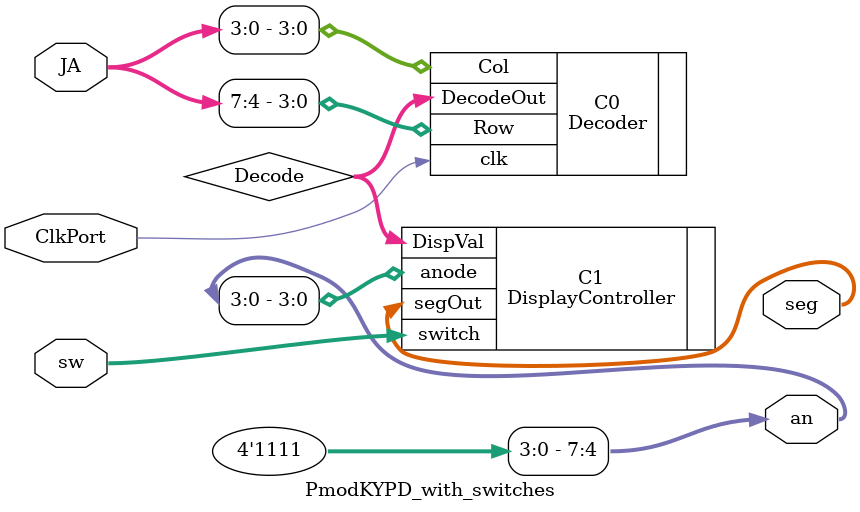
<source format=v>
`timescale 1ns / 1ps

module PmodKYPD_with_switches(
    ClkPort,
	sw,
    JA,
    an,
    seg
    );
	 
	 
// ==============================================================================================
// 											Port Declarations
// ==============================================================================================
	input ClkPort;					// 100Mhz onboard clock
	input [3:0]sw;				// Switches on FPGA board
	inout [7:0] JA;			// Port JA on Nexys3, JA[3:0] is Columns, JA[10:7] is rows
	output [7:0] an;			// Anodes on seven segment display
	output [6:0] seg;			// Cathodes on seven segment display

// ==============================================================================================
// 							  		Parameters, Regsiters, and Wires
// ==============================================================================================
	
	// Output wires
	wire [7:0] an;
	wire [6:0] seg;
	wire [3:0] Decode;

// ==============================================================================================
// 												Implementation
// ==============================================================================================

	// Turn off the upper four SSDs
	assign an[7:4] = 4'b1111;

	//-----------------------------------------------
	//  						Decoder
	//-----------------------------------------------
	Decoder C0(
			.clk(ClkPort),
			.Row(JA[7:4]),
			.Col(JA[3:0]),
			.DecodeOut(Decode)
	);

	//-----------------------------------------------
	//  		Seven Segment Display Controller
	//-----------------------------------------------
	DisplayController C1(
			.DispVal(Decode),
			.switch(sw),
			.anode(an[3:0]),
			.segOut(seg)
	);

endmodule

</source>
